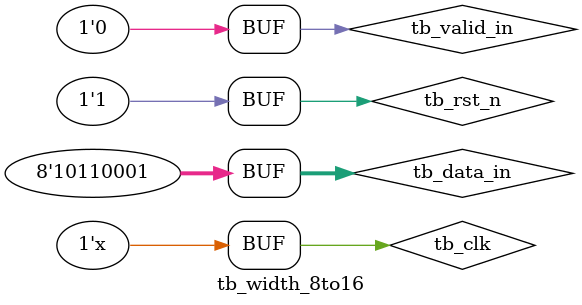
<source format=v>
`timescale 1ns / 1ps


module tb_width_8to16();

reg             tb_clk;
reg             tb_rst_n;
reg             tb_valid_in;
reg     [7:0]   tb_data_in;

wire            tb_valid_out;
wire    [15:0]  tb_data_out;

always #2.5 tb_clk = ~tb_clk;

initial begin
    tb_clk <= 1'b1;
    tb_rst_n <= 1'b0;
    tb_valid_in <= 1'b0;
    #10
    tb_rst_n <= 1'b1;
    #0
    
    tb_valid_in <= 1'b1;
    tb_data_in <= 8'ha0;
    #5
    tb_data_in <= 8'ha1;
    #5
    tb_data_in <= 8'hb0;
    #5
    tb_valid_in <= 1'b0;
    #15
    tb_valid_in <= 1'b1;
    tb_data_in <= 8'hb1;
    #5
    tb_valid_in <= 1'b0;
    
end

width_8to16 width_8to16_inst(
    .clk       (tb_clk),   
    .rst_n     (tb_rst_n),
    .valid_in  (tb_valid_in),
    .data_in   (tb_data_in),
    .valid_out (tb_valid_out),
    .data_out  (tb_data_out)
);

endmodule

</source>
